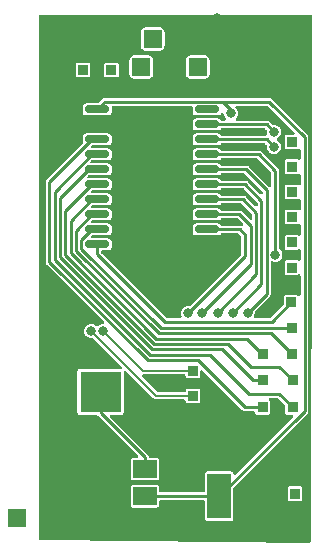
<source format=gbr>
G04 #@! TF.GenerationSoftware,KiCad,Pcbnew,7.0.1-0*
G04 #@! TF.CreationDate,2025-03-17T17:28:37+01:00*
G04 #@! TF.ProjectId,LED-Controller,4c45442d-436f-46e7-9472-6f6c6c65722e,rev?*
G04 #@! TF.SameCoordinates,Original*
G04 #@! TF.FileFunction,Copper,L2,Bot*
G04 #@! TF.FilePolarity,Positive*
%FSLAX46Y46*%
G04 Gerber Fmt 4.6, Leading zero omitted, Abs format (unit mm)*
G04 Created by KiCad (PCBNEW 7.0.1-0) date 2025-03-17 17:28:37*
%MOMM*%
%LPD*%
G01*
G04 APERTURE LIST*
G04 Aperture macros list*
%AMRoundRect*
0 Rectangle with rounded corners*
0 $1 Rounding radius*
0 $2 $3 $4 $5 $6 $7 $8 $9 X,Y pos of 4 corners*
0 Add a 4 corners polygon primitive as box body*
4,1,4,$2,$3,$4,$5,$6,$7,$8,$9,$2,$3,0*
0 Add four circle primitives for the rounded corners*
1,1,$1+$1,$2,$3*
1,1,$1+$1,$4,$5*
1,1,$1+$1,$6,$7*
1,1,$1+$1,$8,$9*
0 Add four rect primitives between the rounded corners*
20,1,$1+$1,$2,$3,$4,$5,0*
20,1,$1+$1,$4,$5,$6,$7,0*
20,1,$1+$1,$6,$7,$8,$9,0*
20,1,$1+$1,$8,$9,$2,$3,0*%
G04 Aperture macros list end*
G04 #@! TA.AperFunction,SMDPad,CuDef*
%ADD10R,2.000000X1.500000*%
G04 #@! TD*
G04 #@! TA.AperFunction,SMDPad,CuDef*
%ADD11R,2.000000X3.800000*%
G04 #@! TD*
G04 #@! TA.AperFunction,ComponentPad*
%ADD12R,0.850000X0.850000*%
G04 #@! TD*
G04 #@! TA.AperFunction,SMDPad,CuDef*
%ADD13RoundRect,0.150000X0.875000X0.150000X-0.875000X0.150000X-0.875000X-0.150000X0.875000X-0.150000X0*%
G04 #@! TD*
G04 #@! TA.AperFunction,HeatsinkPad*
%ADD14C,0.600000*%
G04 #@! TD*
G04 #@! TA.AperFunction,ComponentPad*
%ADD15RoundRect,0.250000X0.550000X0.550000X-0.550000X0.550000X-0.550000X-0.550000X0.550000X-0.550000X0*%
G04 #@! TD*
G04 #@! TA.AperFunction,ComponentPad*
%ADD16RoundRect,0.250000X-0.550000X-0.550000X0.550000X-0.550000X0.550000X0.550000X-0.550000X0.550000X0*%
G04 #@! TD*
G04 #@! TA.AperFunction,ComponentPad*
%ADD17RoundRect,0.875000X0.875000X-0.875000X0.875000X0.875000X-0.875000X0.875000X-0.875000X-0.875000X0*%
G04 #@! TD*
G04 #@! TA.AperFunction,ComponentPad*
%ADD18RoundRect,0.750000X1.000000X-0.750000X1.000000X0.750000X-1.000000X0.750000X-1.000000X-0.750000X0*%
G04 #@! TD*
G04 #@! TA.AperFunction,ComponentPad*
%ADD19R,3.500000X3.500000*%
G04 #@! TD*
G04 #@! TA.AperFunction,ViaPad*
%ADD20C,0.800000*%
G04 #@! TD*
G04 #@! TA.AperFunction,Conductor*
%ADD21C,0.250000*%
G04 #@! TD*
G04 #@! TA.AperFunction,Conductor*
%ADD22C,0.200000*%
G04 #@! TD*
G04 APERTURE END LIST*
D10*
G04 #@! TO.P,U4,1,GND*
G04 #@! TO.N,GNDREF*
X154635200Y-128044000D03*
D11*
G04 #@! TO.P,U4,2,VO*
G04 #@! TO.N,+5V*
X160935200Y-125744000D03*
D10*
X154635200Y-125744000D03*
G04 #@! TO.P,U4,3,VI*
G04 #@! TO.N,+12V*
X154635200Y-123444000D03*
G04 #@! TD*
D12*
G04 #@! TO.P,J22,1,Pin_1*
G04 #@! TO.N,SDI{slash}SD1*
X167081200Y-95758000D03*
G04 #@! TD*
G04 #@! TO.P,J11,1,Pin_1*
G04 #@! TO.N,Net-(J11-Pin_1)*
X167132000Y-118211600D03*
G04 #@! TD*
G04 #@! TO.P,J19,1,Pin_1*
G04 #@! TO.N,SCK{slash}SD3*
X167081200Y-99974400D03*
G04 #@! TD*
G04 #@! TO.P,J25,1,Pin_1*
G04 #@! TO.N,Sensor_VP*
X158699200Y-117246400D03*
G04 #@! TD*
G04 #@! TO.P,J24,1,Pin_1*
G04 #@! TO.N,Sensor_VN*
X158699200Y-115112800D03*
G04 #@! TD*
G04 #@! TO.P,J23,1,Pin_1*
G04 #@! TO.N,SDO{slash}SD0*
X167081200Y-97840800D03*
G04 #@! TD*
G04 #@! TO.P,J21,1,Pin_1*
G04 #@! TO.N,SHD{slash}SD2*
X167081200Y-106375200D03*
G04 #@! TD*
G04 #@! TO.P,J20,1,Pin_1*
G04 #@! TO.N,SWP{slash}SD3*
X167081200Y-104241600D03*
G04 #@! TD*
G04 #@! TO.P,J18,1,Pin_1*
G04 #@! TO.N,SCS{slash}CMD*
X167081200Y-102108000D03*
G04 #@! TD*
G04 #@! TO.P,J17,1,Pin_1*
G04 #@! TO.N,Net-(J17-Pin_1)*
X167030400Y-109321600D03*
G04 #@! TD*
G04 #@! TO.P,J16,1,Pin_1*
G04 #@! TO.N,Net-(J16-Pin_1)*
X167081200Y-111506000D03*
G04 #@! TD*
G04 #@! TO.P,J15,1,Pin_1*
G04 #@! TO.N,Net-(J15-Pin_1)*
X167081200Y-113690400D03*
G04 #@! TD*
G04 #@! TO.P,J14,1,Pin_1*
G04 #@! TO.N,Net-(J14-Pin_1)*
X164592000Y-113690400D03*
G04 #@! TD*
G04 #@! TO.P,J13,1,Pin_1*
G04 #@! TO.N,Net-(J13-Pin_1)*
X167132000Y-115925600D03*
G04 #@! TD*
G04 #@! TO.P,J12,1,Pin_1*
G04 #@! TO.N,Net-(J12-Pin_1)*
X164592000Y-115925600D03*
G04 #@! TD*
G04 #@! TO.P,J5,1,Pin_1*
G04 #@! TO.N,Net-(J5-Pin_1)*
X164592000Y-118211600D03*
G04 #@! TD*
D13*
G04 #@! TO.P,U3,20,VDD*
G04 #@! TO.N,+5V*
X150594800Y-92989400D03*
G04 #@! TO.P,U3,19,~{OE}*
G04 #@! TO.N,GNDREF*
X150594800Y-94259400D03*
G04 #@! TO.P,U3,18,B0*
G04 #@! TO.N,Net-(J5-Pin_1)*
X150594800Y-95529400D03*
G04 #@! TO.P,U3,17,B1*
G04 #@! TO.N,Net-(J11-Pin_1)*
X150594800Y-96799400D03*
G04 #@! TO.P,U3,16,B2*
G04 #@! TO.N,Net-(J12-Pin_1)*
X150594800Y-98069400D03*
G04 #@! TO.P,U3,15,B3*
G04 #@! TO.N,Net-(J13-Pin_1)*
X150594800Y-99339400D03*
G04 #@! TO.P,U3,14,B4*
G04 #@! TO.N,Net-(J14-Pin_1)*
X150594800Y-100609400D03*
G04 #@! TO.P,U3,13,B5*
G04 #@! TO.N,Net-(J15-Pin_1)*
X150594800Y-101879400D03*
G04 #@! TO.P,U3,12,B6*
G04 #@! TO.N,Net-(J16-Pin_1)*
X150594800Y-103149400D03*
G04 #@! TO.P,U3,11,B7*
G04 #@! TO.N,Net-(J17-Pin_1)*
X150594800Y-104419400D03*
G04 #@! TO.P,U3,10,GND*
G04 #@! TO.N,GNDREF*
X159894800Y-104419400D03*
G04 #@! TO.P,U3,9,A7*
G04 #@! TO.N,RGB-8*
X159894800Y-103149400D03*
G04 #@! TO.P,U3,8,A6*
G04 #@! TO.N,RGB-7*
X159894800Y-101879400D03*
G04 #@! TO.P,U3,7,A5*
G04 #@! TO.N,RGB-6*
X159894800Y-100609400D03*
G04 #@! TO.P,U3,6,A4*
G04 #@! TO.N,RGB-5*
X159894800Y-99339400D03*
G04 #@! TO.P,U3,5,A3*
G04 #@! TO.N,RGB-4*
X159894800Y-98069400D03*
G04 #@! TO.P,U3,4,A2*
G04 #@! TO.N,RGB-3*
X159894800Y-96799400D03*
G04 #@! TO.P,U3,3,A1*
G04 #@! TO.N,RGB-2*
X159894800Y-95529400D03*
G04 #@! TO.P,U3,2,A0*
G04 #@! TO.N,RGB-1*
X159894800Y-94259400D03*
G04 #@! TO.P,U3,1,Dir*
G04 #@! TO.N,U3-Dir*
X159894800Y-92989400D03*
G04 #@! TD*
D14*
G04 #@! TO.P,U1,39,GND*
G04 #@! TO.N,GNDREF*
X153414500Y-102801400D03*
X154939500Y-102801400D03*
X152652000Y-102038900D03*
X154177000Y-102038900D03*
X155702000Y-102038900D03*
X153414500Y-101276400D03*
X154939500Y-101276400D03*
X152652000Y-100513900D03*
X154177000Y-100513900D03*
X155702000Y-100513900D03*
X153414500Y-99751400D03*
X154939500Y-99751400D03*
G04 #@! TD*
D12*
G04 #@! TO.P,J8,1,Pin_1*
G04 #@! TO.N,RX*
X151790400Y-89662000D03*
G04 #@! TD*
D15*
G04 #@! TO.P,J6,1,Pin_1*
G04 #@! TO.N,LED-G-Out*
X154330400Y-89408000D03*
G04 #@! TD*
D12*
G04 #@! TO.P,J7,1,Pin_1*
G04 #@! TO.N,TX*
X149402800Y-89662000D03*
G04 #@! TD*
D16*
G04 #@! TO.P,J3,1,Pin_1*
G04 #@! TO.N,LED-B-Out*
X159105600Y-89408000D03*
G04 #@! TD*
D17*
G04 #@! TO.P,J1,3,MountPin*
G04 #@! TO.N,GNDREF*
X155576000Y-119890800D03*
D18*
G04 #@! TO.P,J1,2*
X150876000Y-122890800D03*
D19*
G04 #@! TO.P,J1,1*
G04 #@! TO.N,+12V*
X150876000Y-116890800D03*
G04 #@! TD*
D12*
G04 #@! TO.P,J9,1,Pin_1*
G04 #@! TO.N,GNDREF*
X158851600Y-120700800D03*
G04 #@! TD*
D15*
G04 #@! TO.P,J4,1,Pin_1*
G04 #@! TO.N,LED-R-Out*
X155295600Y-87020400D03*
G04 #@! TD*
D12*
G04 #@! TO.P,J10,1,Pin_1*
G04 #@! TO.N,+3.3V*
X167335200Y-125526800D03*
G04 #@! TD*
D16*
G04 #@! TO.P,J2,1,Pin_1*
G04 #@! TO.N,+12V*
X143814800Y-127558800D03*
G04 #@! TD*
D20*
G04 #@! TO.N,GNDREF*
X158242000Y-93195902D03*
G04 #@! TO.N,+5V*
X161899600Y-93319600D03*
G04 #@! TO.N,GNDREF*
X163423600Y-90220800D03*
X160985200Y-88810500D03*
X160731200Y-85236000D03*
X156413200Y-85648800D03*
X167030400Y-85750400D03*
X149148800Y-85648800D03*
X147777200Y-85648800D03*
X146507200Y-85648800D03*
X159664400Y-85598000D03*
X164642800Y-85699600D03*
X153517600Y-85445600D03*
G04 #@! TO.N,RGB-6*
X160807000Y-110185200D03*
G04 #@! TO.N,RGB-7*
X159461200Y-110185200D03*
G04 #@! TO.N,RGB-5*
X162052000Y-110185200D03*
G04 #@! TO.N,RGB-4*
X163322000Y-110236000D03*
G04 #@! TO.N,RGB-3*
X165676601Y-105290599D03*
G04 #@! TO.N,RGB-8*
X158292800Y-110236000D03*
G04 #@! TO.N,Sensor_VN*
X151101003Y-111758800D03*
G04 #@! TO.N,Sensor_VP*
X150101500Y-111758800D03*
G04 #@! TO.N,RGB-2*
X165557200Y-96146400D03*
G04 #@! TO.N,RGB-1*
X165557200Y-94876400D03*
G04 #@! TD*
D21*
G04 #@! TO.N,+5V*
X161899600Y-93319600D02*
X161899600Y-93014800D01*
X161899600Y-93014800D02*
X161239200Y-92354400D01*
X165177600Y-92354400D02*
X161239200Y-92354400D01*
X161239200Y-92354400D02*
X151229800Y-92354400D01*
X160935200Y-125744000D02*
X168148000Y-118531200D01*
X151229800Y-92354400D02*
X150594800Y-92989400D01*
X168148000Y-118531200D02*
X168148000Y-95324800D01*
X168148000Y-95324800D02*
X165177600Y-92354400D01*
X160935200Y-125744000D02*
X154635200Y-125744000D01*
G04 #@! TO.N,+12V*
X154635200Y-123444000D02*
X154635200Y-122444000D01*
X154635200Y-122444000D02*
X150876000Y-118684800D01*
X150876000Y-118684800D02*
X150876000Y-116890800D01*
G04 #@! TO.N,RGB-4*
X163199001Y-98069400D02*
X159894800Y-98069400D01*
G04 #@! TO.N,RGB-1*
X165557200Y-94876400D02*
X164940200Y-94259400D01*
X164940200Y-94259400D02*
X159894800Y-94259400D01*
G04 #@! TO.N,RGB-2*
X165557200Y-96146400D02*
X164940200Y-95529400D01*
X164940200Y-95529400D02*
X159894800Y-95529400D01*
G04 #@! TO.N,RGB-3*
X165676601Y-105290599D02*
X165676601Y-98187405D01*
X165676601Y-98187405D02*
X164288596Y-96799400D01*
X164288596Y-96799400D02*
X159894800Y-96799400D01*
G04 #@! TO.N,RGB-4*
X163322000Y-110236000D02*
X164951601Y-108606399D01*
X164951601Y-108606399D02*
X164951601Y-99822000D01*
X164951601Y-99822000D02*
X163199001Y-98069400D01*
G04 #@! TO.N,RGB-5*
X162201151Y-99339400D02*
X159894800Y-99339400D01*
G04 #@! TO.N,RGB-6*
X160807000Y-110185200D02*
X164051601Y-106940599D01*
X164051601Y-106940599D02*
X164051601Y-101718404D01*
X164051601Y-101718404D02*
X162942597Y-100609400D01*
X162942597Y-100609400D02*
X159894800Y-100609400D01*
G04 #@! TO.N,RGB-7*
X159461200Y-110185200D02*
X163601601Y-106044799D01*
X162636200Y-101879400D02*
X159894800Y-101879400D01*
X163601601Y-106044799D02*
X163601601Y-102844801D01*
X163601601Y-102844801D02*
X162636200Y-101879400D01*
G04 #@! TO.N,RGB-8*
X158292800Y-110236000D02*
X163124400Y-105404400D01*
X163124400Y-105404400D02*
X163124400Y-103586800D01*
X163124400Y-103586800D02*
X162687000Y-103149400D01*
X162687000Y-103149400D02*
X159894800Y-103149400D01*
G04 #@! TO.N,Net-(J5-Pin_1)*
X164592000Y-118211600D02*
X163111200Y-118211600D01*
X159105600Y-114206000D02*
X154866273Y-114206000D01*
X154866273Y-114206000D02*
X146544800Y-105884527D01*
X146544800Y-105884527D02*
X146544800Y-99152649D01*
X163111200Y-118211600D02*
X159105600Y-114206000D01*
X146544800Y-99152649D02*
X150168049Y-95529400D01*
X150168049Y-95529400D02*
X150594800Y-95529400D01*
G04 #@! TO.N,Net-(J11-Pin_1)*
X167132000Y-118211600D02*
X166014400Y-117094000D01*
X166014400Y-117094000D02*
X163474400Y-117094000D01*
X163474400Y-117094000D02*
X160136400Y-113756000D01*
X160136400Y-113756000D02*
X155052669Y-113756000D01*
X146994800Y-105698131D02*
X146994800Y-99944000D01*
X146994800Y-99944000D02*
X150139400Y-96799400D01*
X150139400Y-96799400D02*
X150594800Y-96799400D01*
X155052669Y-113756000D02*
X146994800Y-105698131D01*
G04 #@! TO.N,Net-(J12-Pin_1)*
X164592000Y-115925600D02*
X163808000Y-115925600D01*
X161188400Y-113306000D02*
X155239065Y-113306000D01*
X163808000Y-115925600D02*
X161188400Y-113306000D01*
X147444800Y-105511735D02*
X147444800Y-100510000D01*
X155239065Y-113306000D02*
X147444800Y-105511735D01*
X147444800Y-100510000D02*
X149885400Y-98069400D01*
X149885400Y-98069400D02*
X150594800Y-98069400D01*
G04 #@! TO.N,Net-(J13-Pin_1)*
X150594800Y-99339400D02*
X150168049Y-99339400D01*
X150168049Y-99339400D02*
X147894800Y-101612649D01*
X147894800Y-101612649D02*
X147894800Y-105325339D01*
X147894800Y-105325339D02*
X155425461Y-112856000D01*
X155425461Y-112856000D02*
X161696400Y-112856000D01*
X161696400Y-112856000D02*
X161696400Y-112877600D01*
X161696400Y-112877600D02*
X163576000Y-114757200D01*
X163576000Y-114757200D02*
X165963600Y-114757200D01*
X165963600Y-114757200D02*
X167132000Y-115925600D01*
G04 #@! TO.N,Net-(J14-Pin_1)*
X164592000Y-113690400D02*
X164555600Y-113690400D01*
X150168049Y-100609400D02*
X150594800Y-100609400D01*
X164555600Y-113690400D02*
X163271200Y-112406000D01*
X148344800Y-105138943D02*
X148344800Y-102432649D01*
X163271200Y-112406000D02*
X155611857Y-112406000D01*
X155611857Y-112406000D02*
X148344800Y-105138943D01*
X148344800Y-102432649D02*
X150168049Y-100609400D01*
G04 #@! TO.N,Net-(J15-Pin_1)*
X150594800Y-101879400D02*
X150168049Y-101879400D01*
X148794800Y-104952547D02*
X155798253Y-111956000D01*
X150168049Y-101879400D02*
X148794800Y-103252649D01*
X148794800Y-103252649D02*
X148794800Y-104952547D01*
X165346800Y-111956000D02*
X167081200Y-113690400D01*
X155798253Y-111956000D02*
X165346800Y-111956000D01*
G04 #@! TO.N,Net-(J17-Pin_1)*
X150594800Y-104419400D02*
X150594800Y-105230400D01*
X150594800Y-105230400D02*
X156325400Y-110961000D01*
X156325400Y-110961000D02*
X165391000Y-110961000D01*
X165391000Y-110961000D02*
X167030400Y-109321600D01*
G04 #@! TO.N,Net-(J16-Pin_1)*
X150594800Y-103149400D02*
X150168049Y-103149400D01*
X150168049Y-103149400D02*
X149244800Y-104072649D01*
X149244800Y-104072649D02*
X149244800Y-104766151D01*
X149244800Y-104766151D02*
X155984649Y-111506000D01*
X155984649Y-111506000D02*
X167081200Y-111506000D01*
G04 #@! TO.N,RGB-5*
X162052000Y-110185200D02*
X164501601Y-107735599D01*
X164501601Y-107735599D02*
X164501601Y-100702404D01*
X161571200Y-99339400D02*
X163138597Y-99339400D01*
X163138597Y-99339400D02*
X164501601Y-100702404D01*
D22*
G04 #@! TO.N,Sensor_VP*
X158699200Y-117246400D02*
X155589100Y-117246400D01*
X155589100Y-117246400D02*
X150101500Y-111758800D01*
G04 #@! TO.N,Sensor_VN*
X158699200Y-115112800D02*
X154455003Y-115112800D01*
X154455003Y-115112800D02*
X151101003Y-111758800D01*
G04 #@! TD*
G04 #@! TA.AperFunction,Conductor*
G04 #@! TO.N,GNDREF*
G36*
X168748432Y-85005065D02*
G01*
X168793833Y-85050577D01*
X168810343Y-85112705D01*
X168780506Y-97226932D01*
X168700922Y-129537951D01*
X168684023Y-129600139D01*
X168638199Y-129645448D01*
X168575824Y-129661641D01*
X146232745Y-129463848D01*
X145766501Y-129459720D01*
X145704967Y-129442745D01*
X145660030Y-129397409D01*
X145643600Y-129335726D01*
X145643600Y-105913334D01*
X146215535Y-105913334D01*
X146225312Y-105949823D01*
X146227653Y-105960379D01*
X146234399Y-105998634D01*
X146244629Y-106023330D01*
X146245246Y-106024211D01*
X146266912Y-106055154D01*
X146272715Y-106064263D01*
X146291606Y-106096982D01*
X146320542Y-106121262D01*
X146328518Y-106128571D01*
X151145941Y-110945994D01*
X151179021Y-111005517D01*
X151175679Y-111073533D01*
X151136925Y-111129528D01*
X151074446Y-111156614D01*
X150944240Y-111173756D01*
X150798162Y-111234263D01*
X150676737Y-111327435D01*
X150628089Y-111350120D01*
X150574412Y-111350120D01*
X150525765Y-111327435D01*
X150404340Y-111234263D01*
X150258262Y-111173756D01*
X150101500Y-111153117D01*
X149944737Y-111173756D01*
X149798659Y-111234263D01*
X149673217Y-111330517D01*
X149576963Y-111455959D01*
X149516456Y-111602037D01*
X149495817Y-111758800D01*
X149516456Y-111915562D01*
X149576963Y-112061640D01*
X149673217Y-112187082D01*
X149796266Y-112281500D01*
X149798659Y-112283336D01*
X149944738Y-112343844D01*
X150073973Y-112360858D01*
X150101499Y-112364482D01*
X150101499Y-112364481D01*
X150101500Y-112364482D01*
X150200562Y-112351440D01*
X150256604Y-112356960D01*
X150304427Y-112386698D01*
X152646348Y-114728619D01*
X152676598Y-114777982D01*
X152681140Y-114835698D01*
X152658985Y-114889185D01*
X152614962Y-114926785D01*
X152558667Y-114940300D01*
X149106251Y-114940300D01*
X149047769Y-114951932D01*
X148981447Y-114996247D01*
X148937132Y-115062569D01*
X148925500Y-115121051D01*
X148925500Y-118660549D01*
X148937132Y-118719030D01*
X148981447Y-118785352D01*
X149047769Y-118829667D01*
X149106251Y-118841300D01*
X149106252Y-118841300D01*
X150518909Y-118841300D01*
X150580908Y-118857912D01*
X150606930Y-118883934D01*
X150651742Y-118921535D01*
X150659718Y-118928844D01*
X154012693Y-122281819D01*
X154042943Y-122331182D01*
X154047485Y-122388898D01*
X154025330Y-122442385D01*
X153981307Y-122479985D01*
X153925012Y-122493500D01*
X153615451Y-122493500D01*
X153556969Y-122505132D01*
X153490647Y-122549447D01*
X153446332Y-122615769D01*
X153434700Y-122674251D01*
X153434700Y-124213749D01*
X153446332Y-124272230D01*
X153490647Y-124338552D01*
X153556969Y-124382867D01*
X153615451Y-124394500D01*
X153615452Y-124394500D01*
X155654948Y-124394500D01*
X155654949Y-124394500D01*
X155684189Y-124388683D01*
X155713431Y-124382867D01*
X155779752Y-124338552D01*
X155824067Y-124272231D01*
X155835700Y-124213748D01*
X155835700Y-122674252D01*
X155824067Y-122615769D01*
X155824066Y-122615768D01*
X155779752Y-122549447D01*
X155713430Y-122505132D01*
X155654949Y-122493500D01*
X155654948Y-122493500D01*
X155080594Y-122493500D01*
X155028189Y-122481882D01*
X154985604Y-122449205D01*
X154960820Y-122401595D01*
X154954683Y-122378694D01*
X154952345Y-122368143D01*
X154945600Y-122329891D01*
X154935371Y-122305198D01*
X154934754Y-122304317D01*
X154934754Y-122304316D01*
X154920413Y-122283835D01*
X154913092Y-122273379D01*
X154907280Y-122264256D01*
X154888394Y-122231544D01*
X154859455Y-122207262D01*
X154851480Y-122199954D01*
X151704507Y-119052981D01*
X151674257Y-119003618D01*
X151669715Y-118945902D01*
X151691870Y-118892415D01*
X151735893Y-118854815D01*
X151792188Y-118841300D01*
X152645749Y-118841300D01*
X152674989Y-118835483D01*
X152704231Y-118829667D01*
X152770552Y-118785352D01*
X152814867Y-118719031D01*
X152826500Y-118660548D01*
X152826500Y-115208133D01*
X152840015Y-115151838D01*
X152877615Y-115107815D01*
X152931102Y-115085660D01*
X152988818Y-115090202D01*
X153038181Y-115120452D01*
X155327650Y-117409921D01*
X155337607Y-117423758D01*
X155345141Y-117430626D01*
X155345142Y-117430628D01*
X155350278Y-117435310D01*
X155379416Y-117461874D01*
X155383557Y-117465829D01*
X155396988Y-117479260D01*
X155408428Y-117488322D01*
X155428165Y-117506315D01*
X155428166Y-117506315D01*
X155428167Y-117506316D01*
X155434440Y-117508746D01*
X155434623Y-117508817D01*
X155459910Y-117522145D01*
X155465619Y-117526056D01*
X155491614Y-117532169D01*
X155508010Y-117537246D01*
X155532927Y-117546900D01*
X155539851Y-117546900D01*
X155568240Y-117550193D01*
X155574981Y-117551779D01*
X155601433Y-117548088D01*
X155618565Y-117546900D01*
X157949700Y-117546900D01*
X158011700Y-117563513D01*
X158057087Y-117608900D01*
X158073700Y-117670900D01*
X158073700Y-117691149D01*
X158085332Y-117749630D01*
X158129647Y-117815952D01*
X158195969Y-117860267D01*
X158254451Y-117871900D01*
X158254452Y-117871900D01*
X159143948Y-117871900D01*
X159143949Y-117871900D01*
X159173189Y-117866083D01*
X159202431Y-117860267D01*
X159268752Y-117815952D01*
X159313067Y-117749631D01*
X159324700Y-117691148D01*
X159324700Y-116801652D01*
X159319580Y-116775914D01*
X159313067Y-116743169D01*
X159268752Y-116676847D01*
X159202430Y-116632532D01*
X159143949Y-116620900D01*
X159143948Y-116620900D01*
X158254452Y-116620900D01*
X158254451Y-116620900D01*
X158195969Y-116632532D01*
X158129647Y-116676847D01*
X158085332Y-116743169D01*
X158073700Y-116801651D01*
X158073700Y-116821900D01*
X158057087Y-116883900D01*
X158011700Y-116929287D01*
X157949700Y-116945900D01*
X155764934Y-116945900D01*
X155717481Y-116936461D01*
X155677253Y-116909581D01*
X155035385Y-116267713D01*
X154393157Y-115625485D01*
X154360132Y-115566194D01*
X154363268Y-115498396D01*
X154401626Y-115442405D01*
X154463714Y-115414994D01*
X154464958Y-115414820D01*
X154467344Y-115414488D01*
X154484468Y-115413300D01*
X157949700Y-115413300D01*
X158011700Y-115429913D01*
X158057087Y-115475300D01*
X158073700Y-115537300D01*
X158073700Y-115557549D01*
X158085332Y-115616030D01*
X158129647Y-115682352D01*
X158195969Y-115726667D01*
X158254451Y-115738300D01*
X158254452Y-115738300D01*
X159143948Y-115738300D01*
X159143949Y-115738300D01*
X159173189Y-115732483D01*
X159202431Y-115726667D01*
X159268752Y-115682352D01*
X159313067Y-115616031D01*
X159324700Y-115557548D01*
X159324700Y-115184788D01*
X159338215Y-115128493D01*
X159375815Y-115084470D01*
X159429302Y-115062315D01*
X159487018Y-115066857D01*
X159536381Y-115097107D01*
X162867150Y-118427876D01*
X162874458Y-118435850D01*
X162898745Y-118464794D01*
X162922794Y-118478679D01*
X162931456Y-118483680D01*
X162940579Y-118489492D01*
X162971516Y-118511154D01*
X162971517Y-118511154D01*
X162972398Y-118511771D01*
X162997091Y-118522000D01*
X162998154Y-118522187D01*
X162998155Y-118522188D01*
X163035343Y-118528745D01*
X163045901Y-118531085D01*
X163082393Y-118540864D01*
X163120023Y-118537571D01*
X163130830Y-118537100D01*
X163842500Y-118537100D01*
X163904500Y-118553713D01*
X163949887Y-118599100D01*
X163962123Y-118644765D01*
X163964117Y-118644369D01*
X163978132Y-118714830D01*
X164022447Y-118781152D01*
X164088769Y-118825467D01*
X164147251Y-118837100D01*
X164147252Y-118837100D01*
X165036748Y-118837100D01*
X165036749Y-118837100D01*
X165074116Y-118829667D01*
X165095231Y-118825467D01*
X165161552Y-118781152D01*
X165205867Y-118714831D01*
X165214785Y-118669999D01*
X165217500Y-118656349D01*
X165217500Y-117766851D01*
X165205867Y-117708369D01*
X165153157Y-117629484D01*
X165126774Y-117599793D01*
X165113355Y-117538631D01*
X165131532Y-117478710D01*
X165176670Y-117435310D01*
X165237259Y-117419500D01*
X165828212Y-117419500D01*
X165875665Y-117428939D01*
X165915893Y-117455819D01*
X166470181Y-118010107D01*
X166497061Y-118050335D01*
X166506500Y-118097788D01*
X166506500Y-118656349D01*
X166518132Y-118714830D01*
X166562447Y-118781152D01*
X166628769Y-118825467D01*
X166687251Y-118837100D01*
X166687252Y-118837100D01*
X167082412Y-118837100D01*
X167138707Y-118850615D01*
X167182730Y-118888215D01*
X167204885Y-118941702D01*
X167200343Y-118999418D01*
X167170093Y-119048781D01*
X162342697Y-123876176D01*
X162285145Y-123908779D01*
X162219020Y-123907155D01*
X162163138Y-123871768D01*
X162133399Y-123812688D01*
X162124067Y-123765769D01*
X162101984Y-123732720D01*
X162079752Y-123699447D01*
X162013430Y-123655132D01*
X161954949Y-123643500D01*
X161954948Y-123643500D01*
X159915452Y-123643500D01*
X159915451Y-123643500D01*
X159856969Y-123655132D01*
X159790647Y-123699447D01*
X159746332Y-123765769D01*
X159734700Y-123824251D01*
X159734700Y-125294500D01*
X159718087Y-125356500D01*
X159672700Y-125401887D01*
X159610700Y-125418500D01*
X155959700Y-125418500D01*
X155897700Y-125401887D01*
X155852313Y-125356500D01*
X155835700Y-125294500D01*
X155835700Y-124974251D01*
X155824067Y-124915769D01*
X155779752Y-124849447D01*
X155713430Y-124805132D01*
X155654949Y-124793500D01*
X155654948Y-124793500D01*
X153615452Y-124793500D01*
X153615451Y-124793500D01*
X153556969Y-124805132D01*
X153490647Y-124849447D01*
X153446332Y-124915769D01*
X153434700Y-124974251D01*
X153434700Y-126513749D01*
X153446332Y-126572230D01*
X153490647Y-126638552D01*
X153556969Y-126682867D01*
X153615451Y-126694500D01*
X153615452Y-126694500D01*
X155654948Y-126694500D01*
X155654949Y-126694500D01*
X155684189Y-126688683D01*
X155713431Y-126682867D01*
X155779752Y-126638552D01*
X155824067Y-126572231D01*
X155835700Y-126513748D01*
X155835700Y-126193500D01*
X155852313Y-126131500D01*
X155897700Y-126086113D01*
X155959700Y-126069500D01*
X159610700Y-126069500D01*
X159672700Y-126086113D01*
X159718087Y-126131500D01*
X159734700Y-126193500D01*
X159734700Y-127663749D01*
X159746332Y-127722230D01*
X159790647Y-127788552D01*
X159856969Y-127832867D01*
X159915451Y-127844500D01*
X159915452Y-127844500D01*
X161954948Y-127844500D01*
X161954949Y-127844500D01*
X161984189Y-127838683D01*
X162013431Y-127832867D01*
X162079752Y-127788552D01*
X162124067Y-127722231D01*
X162135700Y-127663748D01*
X162135700Y-125971549D01*
X166709700Y-125971549D01*
X166721332Y-126030030D01*
X166765647Y-126096352D01*
X166831969Y-126140667D01*
X166890451Y-126152300D01*
X166890452Y-126152300D01*
X167779948Y-126152300D01*
X167779949Y-126152300D01*
X167809189Y-126146483D01*
X167838431Y-126140667D01*
X167904752Y-126096352D01*
X167949067Y-126030031D01*
X167960700Y-125971548D01*
X167960700Y-125082052D01*
X167955356Y-125055188D01*
X167949067Y-125023569D01*
X167904752Y-124957247D01*
X167838430Y-124912932D01*
X167779949Y-124901300D01*
X167779948Y-124901300D01*
X166890452Y-124901300D01*
X166890451Y-124901300D01*
X166831969Y-124912932D01*
X166765647Y-124957247D01*
X166721332Y-125023569D01*
X166709700Y-125082051D01*
X166709700Y-125971549D01*
X162135700Y-125971549D01*
X162135700Y-125055188D01*
X162145139Y-125007735D01*
X162172019Y-124967507D01*
X163496026Y-123643500D01*
X168364290Y-118775234D01*
X168372258Y-118767934D01*
X168401192Y-118743657D01*
X168401192Y-118743656D01*
X168401194Y-118743655D01*
X168420091Y-118710922D01*
X168425887Y-118701825D01*
X168447554Y-118670884D01*
X168447554Y-118670882D01*
X168448173Y-118669999D01*
X168458399Y-118645312D01*
X168458586Y-118644247D01*
X168458588Y-118644245D01*
X168465149Y-118607030D01*
X168467478Y-118596524D01*
X168477264Y-118560007D01*
X168473971Y-118522376D01*
X168473500Y-118511570D01*
X168473500Y-95344427D01*
X168473972Y-95333619D01*
X168477264Y-95295992D01*
X168467487Y-95259506D01*
X168465145Y-95248943D01*
X168458400Y-95210691D01*
X168448171Y-95185998D01*
X168447554Y-95185117D01*
X168447554Y-95185116D01*
X168425892Y-95154179D01*
X168420080Y-95145056D01*
X168401194Y-95112344D01*
X168372255Y-95088062D01*
X168364280Y-95080754D01*
X165421643Y-92138117D01*
X165414334Y-92130141D01*
X165390054Y-92101205D01*
X165357336Y-92082315D01*
X165348227Y-92076512D01*
X165317284Y-92054846D01*
X165316403Y-92054229D01*
X165291707Y-92043999D01*
X165253452Y-92037253D01*
X165242896Y-92034912D01*
X165206407Y-92025135D01*
X165168780Y-92028428D01*
X165157972Y-92028900D01*
X161298380Y-92028900D01*
X161269076Y-92025042D01*
X161230381Y-92028428D01*
X161219573Y-92028900D01*
X151249428Y-92028900D01*
X151238620Y-92028428D01*
X151200992Y-92025135D01*
X151164504Y-92034912D01*
X151153948Y-92037252D01*
X151115699Y-92043997D01*
X151090993Y-92054231D01*
X151059180Y-92076506D01*
X151050064Y-92082314D01*
X151017345Y-92101205D01*
X150993062Y-92130144D01*
X150985756Y-92138116D01*
X150671290Y-92452583D01*
X150631065Y-92479461D01*
X150583612Y-92488900D01*
X149686537Y-92488900D01*
X149618409Y-92498826D01*
X149513315Y-92550202D01*
X149430602Y-92632915D01*
X149379226Y-92738009D01*
X149369300Y-92806137D01*
X149369300Y-93172663D01*
X149379226Y-93240790D01*
X149430602Y-93345884D01*
X149513315Y-93428597D01*
X149513316Y-93428597D01*
X149513317Y-93428598D01*
X149618407Y-93479973D01*
X149645660Y-93483943D01*
X149686537Y-93489900D01*
X149686540Y-93489900D01*
X151503060Y-93489900D01*
X151503063Y-93489900D01*
X151537126Y-93484936D01*
X151571193Y-93479973D01*
X151676283Y-93428598D01*
X151758998Y-93345883D01*
X151810373Y-93240793D01*
X151820300Y-93172660D01*
X151820300Y-92806140D01*
X151820300Y-92806137D01*
X151820300Y-92803900D01*
X151836913Y-92741900D01*
X151882300Y-92696513D01*
X151944300Y-92679900D01*
X158545300Y-92679900D01*
X158607300Y-92696513D01*
X158652687Y-92741900D01*
X158669300Y-92803900D01*
X158669300Y-93172663D01*
X158679226Y-93240790D01*
X158730602Y-93345884D01*
X158813315Y-93428597D01*
X158813316Y-93428597D01*
X158813317Y-93428598D01*
X158918407Y-93479973D01*
X158945660Y-93483943D01*
X158986537Y-93489900D01*
X158986540Y-93489900D01*
X160803060Y-93489900D01*
X160803063Y-93489900D01*
X160837126Y-93484936D01*
X160871193Y-93479973D01*
X160976283Y-93428598D01*
X161058998Y-93345883D01*
X161066150Y-93331252D01*
X161107033Y-93283715D01*
X161165947Y-93262255D01*
X161227828Y-93272361D01*
X161276854Y-93311449D01*
X161300490Y-93369525D01*
X161314556Y-93476362D01*
X161375063Y-93622440D01*
X161460983Y-93734414D01*
X161486010Y-93797746D01*
X161473819Y-93864744D01*
X161428087Y-93915201D01*
X161362607Y-93933900D01*
X161141343Y-93933900D01*
X161093890Y-93924461D01*
X161053664Y-93897583D01*
X160976283Y-93820202D01*
X160976282Y-93820201D01*
X160921342Y-93793343D01*
X160871193Y-93768827D01*
X160871191Y-93768826D01*
X160871190Y-93768826D01*
X160803063Y-93758900D01*
X160803060Y-93758900D01*
X158986540Y-93758900D01*
X158986537Y-93758900D01*
X158918409Y-93768826D01*
X158813315Y-93820202D01*
X158730602Y-93902915D01*
X158679226Y-94008009D01*
X158669300Y-94076137D01*
X158669300Y-94442663D01*
X158679226Y-94510790D01*
X158730602Y-94615884D01*
X158813315Y-94698597D01*
X158813316Y-94698597D01*
X158813317Y-94698598D01*
X158918407Y-94749973D01*
X158945660Y-94753943D01*
X158986537Y-94759900D01*
X158986540Y-94759900D01*
X160803060Y-94759900D01*
X160803063Y-94759900D01*
X160837126Y-94754936D01*
X160871193Y-94749973D01*
X160976283Y-94698598D01*
X161053664Y-94621216D01*
X161093890Y-94594339D01*
X161141343Y-94584900D01*
X164754012Y-94584900D01*
X164801465Y-94594339D01*
X164841693Y-94621219D01*
X164925188Y-94704714D01*
X164954926Y-94752536D01*
X164960446Y-94808580D01*
X164951517Y-94876399D01*
X164973653Y-95044534D01*
X164980702Y-95092056D01*
X164960400Y-95148792D01*
X164915752Y-95189259D01*
X164857299Y-95203900D01*
X161141343Y-95203900D01*
X161093890Y-95194461D01*
X161053664Y-95167583D01*
X160976283Y-95090202D01*
X160976282Y-95090201D01*
X160921342Y-95063343D01*
X160871193Y-95038827D01*
X160871191Y-95038826D01*
X160871190Y-95038826D01*
X160803063Y-95028900D01*
X160803060Y-95028900D01*
X158986540Y-95028900D01*
X158986537Y-95028900D01*
X158918409Y-95038826D01*
X158813315Y-95090202D01*
X158730602Y-95172915D01*
X158679226Y-95278009D01*
X158669300Y-95346137D01*
X158669300Y-95712663D01*
X158679226Y-95780790D01*
X158679226Y-95780791D01*
X158679227Y-95780793D01*
X158704315Y-95832112D01*
X158730602Y-95885884D01*
X158813315Y-95968597D01*
X158813316Y-95968597D01*
X158813317Y-95968598D01*
X158918407Y-96019973D01*
X158945660Y-96023943D01*
X158986537Y-96029900D01*
X158986540Y-96029900D01*
X160803060Y-96029900D01*
X160803063Y-96029900D01*
X160837126Y-96024936D01*
X160871193Y-96019973D01*
X160976283Y-95968598D01*
X161053664Y-95891216D01*
X161093890Y-95864339D01*
X161141343Y-95854900D01*
X164754012Y-95854900D01*
X164801465Y-95864339D01*
X164841693Y-95891219D01*
X164925188Y-95974714D01*
X164954926Y-96022536D01*
X164960446Y-96078580D01*
X164951517Y-96146399D01*
X164972156Y-96303162D01*
X165032663Y-96449240D01*
X165128917Y-96574682D01*
X165182943Y-96616137D01*
X165254359Y-96670936D01*
X165400438Y-96731444D01*
X165557200Y-96752082D01*
X165713962Y-96731444D01*
X165860041Y-96670936D01*
X165985482Y-96574682D01*
X166081736Y-96449241D01*
X166142244Y-96303162D01*
X166162882Y-96146400D01*
X166142244Y-95989638D01*
X166081736Y-95843559D01*
X166073311Y-95832579D01*
X165985482Y-95718117D01*
X165847090Y-95611926D01*
X165848351Y-95610281D01*
X165823096Y-95591933D01*
X165796811Y-95540348D01*
X165796811Y-95482452D01*
X165823096Y-95430867D01*
X165848351Y-95412518D01*
X165847090Y-95410874D01*
X165985482Y-95304682D01*
X166005950Y-95278007D01*
X166081736Y-95179241D01*
X166142244Y-95033162D01*
X166162882Y-94876400D01*
X166142244Y-94719638D01*
X166081736Y-94573559D01*
X166033572Y-94510790D01*
X165985482Y-94448117D01*
X165860040Y-94351863D01*
X165713962Y-94291356D01*
X165557199Y-94270717D01*
X165489380Y-94279646D01*
X165433336Y-94274126D01*
X165385514Y-94244388D01*
X165184243Y-94043117D01*
X165176934Y-94035141D01*
X165152654Y-94006205D01*
X165119936Y-93987315D01*
X165110827Y-93981512D01*
X165079884Y-93959846D01*
X165079003Y-93959229D01*
X165054307Y-93948999D01*
X165016052Y-93942253D01*
X165005496Y-93939912D01*
X164969007Y-93930135D01*
X164931380Y-93933428D01*
X164920572Y-93933900D01*
X162436593Y-93933900D01*
X162371113Y-93915201D01*
X162325381Y-93864744D01*
X162313190Y-93797746D01*
X162338217Y-93734414D01*
X162378221Y-93682278D01*
X162424136Y-93622441D01*
X162484644Y-93476362D01*
X162505282Y-93319600D01*
X162484644Y-93162838D01*
X162424136Y-93016759D01*
X162395407Y-92979318D01*
X162318727Y-92879386D01*
X162293700Y-92816054D01*
X162305891Y-92749056D01*
X162351623Y-92698599D01*
X162417103Y-92679900D01*
X164991412Y-92679900D01*
X165038865Y-92689339D01*
X165079093Y-92716219D01*
X167283693Y-94920819D01*
X167313943Y-94970182D01*
X167318485Y-95027898D01*
X167296330Y-95081385D01*
X167252307Y-95118985D01*
X167196012Y-95132500D01*
X166636451Y-95132500D01*
X166577969Y-95144132D01*
X166511647Y-95188447D01*
X166467332Y-95254769D01*
X166455700Y-95313251D01*
X166455700Y-96202749D01*
X166467332Y-96261230D01*
X166511647Y-96327552D01*
X166577969Y-96371867D01*
X166636451Y-96383500D01*
X166636452Y-96383500D01*
X167525948Y-96383500D01*
X167525949Y-96383500D01*
X167538350Y-96381033D01*
X167584431Y-96371867D01*
X167615204Y-96351304D01*
X167629609Y-96341680D01*
X167692416Y-96320931D01*
X167756953Y-96335424D01*
X167804858Y-96381033D01*
X167822500Y-96444782D01*
X167822500Y-97154018D01*
X167804858Y-97217767D01*
X167756953Y-97263376D01*
X167692416Y-97277869D01*
X167629609Y-97257120D01*
X167584431Y-97226933D01*
X167525949Y-97215300D01*
X167525948Y-97215300D01*
X166636452Y-97215300D01*
X166636451Y-97215300D01*
X166577969Y-97226932D01*
X166511647Y-97271247D01*
X166467332Y-97337569D01*
X166455700Y-97396051D01*
X166455700Y-98285549D01*
X166467332Y-98344030D01*
X166511647Y-98410352D01*
X166577969Y-98454667D01*
X166636451Y-98466300D01*
X166636452Y-98466300D01*
X167525948Y-98466300D01*
X167525949Y-98466300D01*
X167538350Y-98463833D01*
X167584431Y-98454667D01*
X167619523Y-98431219D01*
X167629609Y-98424480D01*
X167692416Y-98403731D01*
X167756953Y-98418224D01*
X167804858Y-98463833D01*
X167822500Y-98527582D01*
X167822500Y-99287618D01*
X167804858Y-99351367D01*
X167756953Y-99396976D01*
X167692416Y-99411469D01*
X167629609Y-99390720D01*
X167584431Y-99360533D01*
X167525949Y-99348900D01*
X167525948Y-99348900D01*
X166636452Y-99348900D01*
X166636451Y-99348900D01*
X166577969Y-99360532D01*
X166511647Y-99404847D01*
X166467332Y-99471169D01*
X166455700Y-99529651D01*
X166455700Y-100419149D01*
X166467332Y-100477630D01*
X166511647Y-100543952D01*
X166577969Y-100588267D01*
X166636451Y-100599900D01*
X166636452Y-100599900D01*
X167525948Y-100599900D01*
X167525949Y-100599900D01*
X167538350Y-100597433D01*
X167584431Y-100588267D01*
X167615204Y-100567704D01*
X167629609Y-100558080D01*
X167692416Y-100537331D01*
X167756953Y-100551824D01*
X167804858Y-100597433D01*
X167822500Y-100661182D01*
X167822500Y-101421218D01*
X167804858Y-101484967D01*
X167756953Y-101530576D01*
X167692416Y-101545069D01*
X167629609Y-101524320D01*
X167584431Y-101494133D01*
X167525949Y-101482500D01*
X167525948Y-101482500D01*
X166636452Y-101482500D01*
X166636451Y-101482500D01*
X166577969Y-101494132D01*
X166511647Y-101538447D01*
X166467332Y-101604769D01*
X166455700Y-101663251D01*
X166455700Y-102552749D01*
X166467332Y-102611230D01*
X166511647Y-102677552D01*
X166577969Y-102721867D01*
X166636451Y-102733500D01*
X166636452Y-102733500D01*
X167525948Y-102733500D01*
X167525949Y-102733500D01*
X167538350Y-102731033D01*
X167584431Y-102721867D01*
X167615204Y-102701304D01*
X167629609Y-102691680D01*
X167692416Y-102670931D01*
X167756953Y-102685424D01*
X167804858Y-102731033D01*
X167822500Y-102794782D01*
X167822500Y-103554818D01*
X167804858Y-103618567D01*
X167756953Y-103664176D01*
X167692416Y-103678669D01*
X167629609Y-103657920D01*
X167584431Y-103627733D01*
X167525949Y-103616100D01*
X167525948Y-103616100D01*
X166636452Y-103616100D01*
X166636451Y-103616100D01*
X166577969Y-103627732D01*
X166511647Y-103672047D01*
X166467332Y-103738369D01*
X166455700Y-103796851D01*
X166455700Y-104686349D01*
X166467332Y-104744830D01*
X166511647Y-104811152D01*
X166577969Y-104855467D01*
X166636451Y-104867100D01*
X166636452Y-104867100D01*
X167525948Y-104867100D01*
X167525949Y-104867100D01*
X167538350Y-104864633D01*
X167584431Y-104855467D01*
X167615204Y-104834904D01*
X167629609Y-104825280D01*
X167692416Y-104804531D01*
X167756953Y-104819024D01*
X167804858Y-104864633D01*
X167822500Y-104928382D01*
X167822500Y-105688418D01*
X167804858Y-105752167D01*
X167756953Y-105797776D01*
X167692416Y-105812269D01*
X167629609Y-105791520D01*
X167584431Y-105761333D01*
X167525949Y-105749700D01*
X167525948Y-105749700D01*
X166636452Y-105749700D01*
X166636451Y-105749700D01*
X166577969Y-105761332D01*
X166511647Y-105805647D01*
X166467332Y-105871969D01*
X166455700Y-105930451D01*
X166455700Y-106819949D01*
X166467332Y-106878430D01*
X166511647Y-106944752D01*
X166577969Y-106989067D01*
X166636451Y-107000700D01*
X166636452Y-107000700D01*
X167525948Y-107000700D01*
X167525949Y-107000700D01*
X167538350Y-106998233D01*
X167584431Y-106989067D01*
X167615204Y-106968504D01*
X167629609Y-106958880D01*
X167692416Y-106938131D01*
X167756953Y-106952624D01*
X167804858Y-106998233D01*
X167822500Y-107061982D01*
X167822500Y-108676341D01*
X167806690Y-108736930D01*
X167763290Y-108782068D01*
X167703369Y-108800245D01*
X167642207Y-108786826D01*
X167612515Y-108760442D01*
X167533630Y-108707732D01*
X167475149Y-108696100D01*
X167475148Y-108696100D01*
X166585652Y-108696100D01*
X166585651Y-108696100D01*
X166527169Y-108707732D01*
X166460847Y-108752047D01*
X166416532Y-108818369D01*
X166404900Y-108876851D01*
X166404900Y-109435412D01*
X166395461Y-109482865D01*
X166368581Y-109523093D01*
X165292493Y-110599181D01*
X165252265Y-110626061D01*
X165204812Y-110635500D01*
X163992078Y-110635500D01*
X163933625Y-110620858D01*
X163888976Y-110580391D01*
X163868675Y-110523655D01*
X163877517Y-110464048D01*
X163889419Y-110435311D01*
X163907044Y-110392762D01*
X163927682Y-110236000D01*
X163918752Y-110168180D01*
X163924273Y-110112136D01*
X163954009Y-110064315D01*
X165167891Y-108850433D01*
X165175859Y-108843133D01*
X165204793Y-108818856D01*
X165204793Y-108818855D01*
X165204795Y-108818854D01*
X165223692Y-108786121D01*
X165229488Y-108777024D01*
X165251155Y-108746083D01*
X165251155Y-108746081D01*
X165251774Y-108745198D01*
X165262000Y-108720511D01*
X165262187Y-108719446D01*
X165262189Y-108719444D01*
X165268750Y-108682229D01*
X165271079Y-108671723D01*
X165280865Y-108635206D01*
X165277572Y-108597575D01*
X165277101Y-108586769D01*
X165277101Y-105960677D01*
X165291743Y-105902224D01*
X165332210Y-105857575D01*
X165388946Y-105837274D01*
X165448553Y-105846116D01*
X165476219Y-105857575D01*
X165519839Y-105875643D01*
X165676601Y-105896281D01*
X165833363Y-105875643D01*
X165979442Y-105815135D01*
X166104883Y-105718881D01*
X166201137Y-105593440D01*
X166261645Y-105447361D01*
X166282283Y-105290599D01*
X166261645Y-105133837D01*
X166201137Y-104987758D01*
X166104883Y-104862317D01*
X166050614Y-104820675D01*
X166014889Y-104777144D01*
X166002101Y-104722300D01*
X166002101Y-98207021D01*
X166002573Y-98196213D01*
X166005864Y-98158598D01*
X165996087Y-98122111D01*
X165993746Y-98111548D01*
X165987003Y-98073306D01*
X165976770Y-98048600D01*
X165954495Y-98016787D01*
X165948684Y-98007666D01*
X165929795Y-97974950D01*
X165900862Y-97950672D01*
X165892887Y-97943364D01*
X164532639Y-96583117D01*
X164525330Y-96575141D01*
X164501050Y-96546205D01*
X164468332Y-96527315D01*
X164459223Y-96521512D01*
X164428280Y-96499846D01*
X164427399Y-96499229D01*
X164402703Y-96488999D01*
X164364448Y-96482253D01*
X164353892Y-96479912D01*
X164317403Y-96470135D01*
X164279776Y-96473428D01*
X164268968Y-96473900D01*
X161141343Y-96473900D01*
X161093890Y-96464461D01*
X161053664Y-96437583D01*
X160976283Y-96360202D01*
X160976282Y-96360201D01*
X160895952Y-96320931D01*
X160871193Y-96308827D01*
X160871191Y-96308826D01*
X160871190Y-96308826D01*
X160803063Y-96298900D01*
X160803060Y-96298900D01*
X158986540Y-96298900D01*
X158986537Y-96298900D01*
X158918409Y-96308826D01*
X158813315Y-96360202D01*
X158730602Y-96442915D01*
X158679226Y-96548009D01*
X158669300Y-96616137D01*
X158669300Y-96982663D01*
X158679226Y-97050790D01*
X158730602Y-97155884D01*
X158813315Y-97238597D01*
X158813316Y-97238597D01*
X158813317Y-97238598D01*
X158918407Y-97289973D01*
X158945660Y-97293943D01*
X158986537Y-97299900D01*
X158986540Y-97299900D01*
X160803060Y-97299900D01*
X160803063Y-97299900D01*
X160837126Y-97294936D01*
X160871193Y-97289973D01*
X160976283Y-97238598D01*
X161053664Y-97161216D01*
X161093890Y-97134339D01*
X161141343Y-97124900D01*
X164102408Y-97124900D01*
X164149861Y-97134339D01*
X164190089Y-97161219D01*
X165314782Y-98285913D01*
X165341662Y-98326141D01*
X165351101Y-98373594D01*
X165351101Y-99461812D01*
X165337586Y-99518107D01*
X165299986Y-99562130D01*
X165246499Y-99584285D01*
X165188783Y-99579743D01*
X165139420Y-99549493D01*
X163443044Y-97853117D01*
X163435735Y-97845141D01*
X163411455Y-97816205D01*
X163378737Y-97797315D01*
X163369628Y-97791512D01*
X163338685Y-97769846D01*
X163337804Y-97769229D01*
X163313108Y-97758999D01*
X163274853Y-97752253D01*
X163264297Y-97749912D01*
X163227808Y-97740135D01*
X163190181Y-97743428D01*
X163179373Y-97743900D01*
X161141343Y-97743900D01*
X161093890Y-97734461D01*
X161053664Y-97707583D01*
X160976283Y-97630202D01*
X160976282Y-97630201D01*
X160921342Y-97603343D01*
X160871193Y-97578827D01*
X160871191Y-97578826D01*
X160871190Y-97578826D01*
X160803063Y-97568900D01*
X160803060Y-97568900D01*
X158986540Y-97568900D01*
X158986537Y-97568900D01*
X158918409Y-97578826D01*
X158813315Y-97630202D01*
X158730602Y-97712915D01*
X158679226Y-97818009D01*
X158669300Y-97886137D01*
X158669300Y-98252663D01*
X158679226Y-98320790D01*
X158679226Y-98320791D01*
X158679227Y-98320793D01*
X158704315Y-98372112D01*
X158730602Y-98425884D01*
X158813315Y-98508597D01*
X158813316Y-98508597D01*
X158813317Y-98508598D01*
X158918407Y-98559973D01*
X158945660Y-98563943D01*
X158986537Y-98569900D01*
X158986540Y-98569900D01*
X160803060Y-98569900D01*
X160803063Y-98569900D01*
X160837126Y-98564936D01*
X160871193Y-98559973D01*
X160976283Y-98508598D01*
X161053664Y-98431216D01*
X161093890Y-98404339D01*
X161141343Y-98394900D01*
X163012813Y-98394900D01*
X163060266Y-98404339D01*
X163100494Y-98431219D01*
X164589782Y-99920507D01*
X164616662Y-99960735D01*
X164626101Y-100008188D01*
X164626101Y-100067216D01*
X164612586Y-100123511D01*
X164574986Y-100167534D01*
X164521499Y-100189689D01*
X164463783Y-100185147D01*
X164414420Y-100154897D01*
X163382640Y-99123117D01*
X163375331Y-99115141D01*
X163351051Y-99086205D01*
X163318333Y-99067315D01*
X163309224Y-99061512D01*
X163278281Y-99039846D01*
X163277400Y-99039229D01*
X163252704Y-99028999D01*
X163214449Y-99022253D01*
X163203893Y-99019912D01*
X163167404Y-99010135D01*
X163129777Y-99013428D01*
X163118969Y-99013900D01*
X162229626Y-99013900D01*
X161141343Y-99013900D01*
X161093890Y-99004461D01*
X161053664Y-98977583D01*
X160976283Y-98900202D01*
X160976282Y-98900201D01*
X160921342Y-98873343D01*
X160871193Y-98848827D01*
X160871191Y-98848826D01*
X160871190Y-98848826D01*
X160803063Y-98838900D01*
X160803060Y-98838900D01*
X158986540Y-98838900D01*
X158986537Y-98838900D01*
X158918409Y-98848826D01*
X158813315Y-98900202D01*
X158730602Y-98982915D01*
X158679226Y-99088009D01*
X158669300Y-99156137D01*
X158669300Y-99522663D01*
X158679226Y-99590790D01*
X158679226Y-99590791D01*
X158679227Y-99590793D01*
X158704315Y-99642112D01*
X158730602Y-99695884D01*
X158813315Y-99778597D01*
X158813316Y-99778597D01*
X158813317Y-99778598D01*
X158918407Y-99829973D01*
X158945660Y-99833943D01*
X158986537Y-99839900D01*
X158986540Y-99839900D01*
X160803060Y-99839900D01*
X160803063Y-99839900D01*
X160837126Y-99834936D01*
X160871193Y-99829973D01*
X160976283Y-99778598D01*
X161053664Y-99701216D01*
X161093890Y-99674339D01*
X161141343Y-99664900D01*
X161542725Y-99664900D01*
X162229626Y-99664900D01*
X162952409Y-99664900D01*
X162999862Y-99674339D01*
X163040090Y-99701219D01*
X164139782Y-100800911D01*
X164166662Y-100841139D01*
X164176101Y-100888592D01*
X164176101Y-101083215D01*
X164162586Y-101139510D01*
X164124986Y-101183533D01*
X164071499Y-101205688D01*
X164013783Y-101201146D01*
X163964420Y-101170896D01*
X163186640Y-100393117D01*
X163179331Y-100385141D01*
X163155051Y-100356205D01*
X163122333Y-100337315D01*
X163113224Y-100331512D01*
X163082281Y-100309846D01*
X163081400Y-100309229D01*
X163056704Y-100298999D01*
X163018449Y-100292253D01*
X163007893Y-100289912D01*
X162971404Y-100280135D01*
X162933777Y-100283428D01*
X162922969Y-100283900D01*
X161141343Y-100283900D01*
X161093890Y-100274461D01*
X161053664Y-100247583D01*
X160976283Y-100170202D01*
X160976282Y-100170201D01*
X160880774Y-100123511D01*
X160871193Y-100118827D01*
X160871191Y-100118826D01*
X160871190Y-100118826D01*
X160803063Y-100108900D01*
X160803060Y-100108900D01*
X158986540Y-100108900D01*
X158986537Y-100108900D01*
X158918409Y-100118826D01*
X158813315Y-100170202D01*
X158730602Y-100252915D01*
X158679226Y-100358009D01*
X158669300Y-100426137D01*
X158669300Y-100792663D01*
X158679226Y-100860790D01*
X158730602Y-100965884D01*
X158813315Y-101048597D01*
X158813316Y-101048597D01*
X158813317Y-101048598D01*
X158918407Y-101099973D01*
X158945660Y-101103943D01*
X158986537Y-101109900D01*
X158986540Y-101109900D01*
X160803060Y-101109900D01*
X160803063Y-101109900D01*
X160837126Y-101104936D01*
X160871193Y-101099973D01*
X160976283Y-101048598D01*
X161053664Y-100971216D01*
X161093890Y-100944339D01*
X161141343Y-100934900D01*
X162756409Y-100934900D01*
X162803862Y-100944339D01*
X162844090Y-100971219D01*
X163689782Y-101816912D01*
X163716662Y-101857140D01*
X163726101Y-101904593D01*
X163726101Y-102209612D01*
X163712586Y-102265907D01*
X163674986Y-102309930D01*
X163621499Y-102332085D01*
X163563783Y-102327543D01*
X163514420Y-102297293D01*
X162880243Y-101663117D01*
X162872934Y-101655141D01*
X162848654Y-101626205D01*
X162815936Y-101607315D01*
X162806827Y-101601512D01*
X162775884Y-101579846D01*
X162775003Y-101579229D01*
X162750307Y-101568999D01*
X162712052Y-101562253D01*
X162701496Y-101559912D01*
X162665007Y-101550135D01*
X162627380Y-101553428D01*
X162616572Y-101553900D01*
X161141343Y-101553900D01*
X161093890Y-101544461D01*
X161053664Y-101517583D01*
X160976283Y-101440202D01*
X160976282Y-101440201D01*
X160921342Y-101413343D01*
X160871193Y-101388827D01*
X160871191Y-101388826D01*
X160871190Y-101388826D01*
X160803063Y-101378900D01*
X160803060Y-101378900D01*
X158986540Y-101378900D01*
X158986537Y-101378900D01*
X158918409Y-101388826D01*
X158813315Y-101440202D01*
X158730602Y-101522915D01*
X158679226Y-101628009D01*
X158669300Y-101696137D01*
X158669300Y-102062663D01*
X158679226Y-102130790D01*
X158730602Y-102235884D01*
X158813315Y-102318597D01*
X158813316Y-102318597D01*
X158813317Y-102318598D01*
X158918407Y-102369973D01*
X158945660Y-102373943D01*
X158986537Y-102379900D01*
X158986540Y-102379900D01*
X160803060Y-102379900D01*
X160803063Y-102379900D01*
X160837126Y-102374936D01*
X160871193Y-102369973D01*
X160976283Y-102318598D01*
X161053664Y-102241216D01*
X161093890Y-102214339D01*
X161141343Y-102204900D01*
X162450012Y-102204900D01*
X162497465Y-102214339D01*
X162537692Y-102241218D01*
X162928963Y-102632490D01*
X162960479Y-102685991D01*
X162962104Y-102748065D01*
X162933431Y-102803143D01*
X162881651Y-102837415D01*
X162819747Y-102842286D01*
X162762853Y-102832253D01*
X162752296Y-102829912D01*
X162715807Y-102820135D01*
X162678180Y-102823428D01*
X162667372Y-102823900D01*
X161141343Y-102823900D01*
X161093890Y-102814461D01*
X161053664Y-102787583D01*
X160976283Y-102710202D01*
X160976282Y-102710201D01*
X160895952Y-102670931D01*
X160871193Y-102658827D01*
X160871191Y-102658826D01*
X160871190Y-102658826D01*
X160803063Y-102648900D01*
X160803060Y-102648900D01*
X158986540Y-102648900D01*
X158986537Y-102648900D01*
X158918409Y-102658826D01*
X158813315Y-102710202D01*
X158730602Y-102792915D01*
X158679226Y-102898009D01*
X158669300Y-102966137D01*
X158669300Y-103332663D01*
X158679226Y-103400790D01*
X158730602Y-103505884D01*
X158813315Y-103588597D01*
X158813316Y-103588597D01*
X158813317Y-103588598D01*
X158918407Y-103639973D01*
X158945660Y-103643943D01*
X158986537Y-103649900D01*
X158986540Y-103649900D01*
X160803060Y-103649900D01*
X160803063Y-103649900D01*
X160837126Y-103644936D01*
X160871193Y-103639973D01*
X160976283Y-103588598D01*
X161053664Y-103511216D01*
X161093890Y-103484339D01*
X161141343Y-103474900D01*
X162500812Y-103474900D01*
X162548265Y-103484339D01*
X162588493Y-103511219D01*
X162762581Y-103685307D01*
X162789461Y-103725535D01*
X162798900Y-103772988D01*
X162798900Y-105218211D01*
X162789461Y-105265664D01*
X162762581Y-105305892D01*
X158464484Y-109603988D01*
X158416662Y-109633726D01*
X158360618Y-109639246D01*
X158292800Y-109630317D01*
X158136037Y-109650956D01*
X157989959Y-109711463D01*
X157864517Y-109807717D01*
X157768263Y-109933159D01*
X157707756Y-110079237D01*
X157687117Y-110236000D01*
X157707756Y-110392762D01*
X157737283Y-110464048D01*
X157746125Y-110523655D01*
X157725824Y-110580391D01*
X157681175Y-110620858D01*
X157622722Y-110635500D01*
X156511589Y-110635500D01*
X156464136Y-110626061D01*
X156423908Y-110599181D01*
X150956619Y-105131893D01*
X150929739Y-105091665D01*
X150920300Y-105044212D01*
X150920300Y-105043900D01*
X150936913Y-104981900D01*
X150982300Y-104936513D01*
X151044300Y-104919900D01*
X151503063Y-104919900D01*
X151537126Y-104914936D01*
X151571193Y-104909973D01*
X151676283Y-104858598D01*
X151758998Y-104775883D01*
X151810373Y-104670793D01*
X151820300Y-104602660D01*
X151820300Y-104236140D01*
X151810373Y-104168007D01*
X151758998Y-104062917D01*
X151758997Y-104062916D01*
X151758997Y-104062915D01*
X151676284Y-103980202D01*
X151622512Y-103953915D01*
X151571193Y-103928827D01*
X151571191Y-103928826D01*
X151571190Y-103928826D01*
X151503063Y-103918900D01*
X151503060Y-103918900D01*
X150158238Y-103918900D01*
X150101943Y-103905385D01*
X150057920Y-103867785D01*
X150035765Y-103814298D01*
X150040307Y-103756582D01*
X150070557Y-103707219D01*
X150091557Y-103686219D01*
X150131785Y-103659339D01*
X150179238Y-103649900D01*
X151503063Y-103649900D01*
X151537126Y-103644936D01*
X151571193Y-103639973D01*
X151676283Y-103588598D01*
X151758998Y-103505883D01*
X151810373Y-103400793D01*
X151820300Y-103332660D01*
X151820300Y-102966140D01*
X151810373Y-102898007D01*
X151758998Y-102792917D01*
X151758997Y-102792916D01*
X151758997Y-102792915D01*
X151676284Y-102710202D01*
X151595952Y-102670931D01*
X151571193Y-102658827D01*
X151571191Y-102658826D01*
X151571190Y-102658826D01*
X151503063Y-102648900D01*
X151503060Y-102648900D01*
X150158238Y-102648900D01*
X150101943Y-102635385D01*
X150057920Y-102597785D01*
X150035765Y-102544298D01*
X150040307Y-102486582D01*
X150070557Y-102437219D01*
X150091557Y-102416219D01*
X150131785Y-102389339D01*
X150179238Y-102379900D01*
X151503063Y-102379900D01*
X151537126Y-102374936D01*
X151571193Y-102369973D01*
X151676283Y-102318598D01*
X151758998Y-102235883D01*
X151810373Y-102130793D01*
X151820300Y-102062660D01*
X151820300Y-101696140D01*
X151810373Y-101628007D01*
X151758998Y-101522917D01*
X151758997Y-101522916D01*
X151758997Y-101522915D01*
X151676284Y-101440202D01*
X151622512Y-101413915D01*
X151571193Y-101388827D01*
X151571191Y-101388826D01*
X151571190Y-101388826D01*
X151503063Y-101378900D01*
X151503060Y-101378900D01*
X150158238Y-101378900D01*
X150101943Y-101365385D01*
X150057920Y-101327785D01*
X150035765Y-101274298D01*
X150040307Y-101216582D01*
X150070557Y-101167219D01*
X150091557Y-101146219D01*
X150131785Y-101119339D01*
X150179238Y-101109900D01*
X151503063Y-101109900D01*
X151537126Y-101104936D01*
X151571193Y-101099973D01*
X151676283Y-101048598D01*
X151758998Y-100965883D01*
X151810373Y-100860793D01*
X151820300Y-100792660D01*
X151820300Y-100426140D01*
X151819281Y-100419149D01*
X151810373Y-100358009D01*
X151810373Y-100358007D01*
X151758998Y-100252917D01*
X151758997Y-100252916D01*
X151758997Y-100252915D01*
X151676284Y-100170202D01*
X151580774Y-100123511D01*
X151571193Y-100118827D01*
X151571191Y-100118826D01*
X151571190Y-100118826D01*
X151503063Y-100108900D01*
X151503060Y-100108900D01*
X150158237Y-100108900D01*
X150101942Y-100095385D01*
X150057919Y-100057785D01*
X150035764Y-100004298D01*
X150040306Y-99946582D01*
X150070556Y-99897219D01*
X150091556Y-99876219D01*
X150131784Y-99849339D01*
X150179237Y-99839900D01*
X151503063Y-99839900D01*
X151537126Y-99834936D01*
X151571193Y-99829973D01*
X151676283Y-99778598D01*
X151758998Y-99695883D01*
X151810373Y-99590793D01*
X151815336Y-99556726D01*
X151820300Y-99522663D01*
X151820300Y-99156137D01*
X151810373Y-99088009D01*
X151810373Y-99088007D01*
X151758998Y-98982917D01*
X151758997Y-98982916D01*
X151758997Y-98982915D01*
X151676284Y-98900202D01*
X151622512Y-98873915D01*
X151571193Y-98848827D01*
X151571191Y-98848826D01*
X151571190Y-98848826D01*
X151503063Y-98838900D01*
X151503060Y-98838900D01*
X149875588Y-98838900D01*
X149819293Y-98825385D01*
X149775270Y-98787785D01*
X149753115Y-98734298D01*
X149757657Y-98676582D01*
X149787907Y-98627219D01*
X149808907Y-98606219D01*
X149849135Y-98579339D01*
X149896588Y-98569900D01*
X151503063Y-98569900D01*
X151537126Y-98564936D01*
X151571193Y-98559973D01*
X151676283Y-98508598D01*
X151758998Y-98425883D01*
X151810373Y-98320793D01*
X151820300Y-98252660D01*
X151820300Y-97886140D01*
X151810373Y-97818007D01*
X151758998Y-97712917D01*
X151758997Y-97712916D01*
X151758997Y-97712915D01*
X151676284Y-97630202D01*
X151622512Y-97603915D01*
X151571193Y-97578827D01*
X151571191Y-97578826D01*
X151571190Y-97578826D01*
X151503063Y-97568900D01*
X151503060Y-97568900D01*
X150129588Y-97568900D01*
X150073293Y-97555385D01*
X150029270Y-97517785D01*
X150007115Y-97464298D01*
X150011657Y-97406582D01*
X150041907Y-97357219D01*
X150062907Y-97336219D01*
X150103135Y-97309339D01*
X150150588Y-97299900D01*
X151503063Y-97299900D01*
X151537126Y-97294936D01*
X151571193Y-97289973D01*
X151676283Y-97238598D01*
X151758998Y-97155883D01*
X151810373Y-97050793D01*
X151820300Y-96982660D01*
X151820300Y-96616140D01*
X151810373Y-96548007D01*
X151758998Y-96442917D01*
X151758997Y-96442916D01*
X151758997Y-96442915D01*
X151676284Y-96360202D01*
X151595952Y-96320931D01*
X151571193Y-96308827D01*
X151571191Y-96308826D01*
X151571190Y-96308826D01*
X151503063Y-96298900D01*
X151503060Y-96298900D01*
X150158237Y-96298900D01*
X150101942Y-96285385D01*
X150057919Y-96247785D01*
X150035764Y-96194298D01*
X150040306Y-96136582D01*
X150070556Y-96087219D01*
X150091556Y-96066219D01*
X150131784Y-96039339D01*
X150179237Y-96029900D01*
X151503063Y-96029900D01*
X151537126Y-96024936D01*
X151571193Y-96019973D01*
X151676283Y-95968598D01*
X151758998Y-95885883D01*
X151810373Y-95780793D01*
X151820300Y-95712660D01*
X151820300Y-95346140D01*
X151820050Y-95344427D01*
X151814260Y-95304682D01*
X151810373Y-95278007D01*
X151758998Y-95172917D01*
X151758997Y-95172916D01*
X151758997Y-95172915D01*
X151676284Y-95090202D01*
X151622512Y-95063915D01*
X151571193Y-95038827D01*
X151571191Y-95038826D01*
X151571190Y-95038826D01*
X151503063Y-95028900D01*
X151503060Y-95028900D01*
X149686540Y-95028900D01*
X149686537Y-95028900D01*
X149618409Y-95038826D01*
X149513315Y-95090202D01*
X149430602Y-95172915D01*
X149379226Y-95278009D01*
X149369300Y-95346137D01*
X149369300Y-95346140D01*
X149369300Y-95712660D01*
X149370095Y-95718117D01*
X149380062Y-95786525D01*
X149375048Y-95843451D01*
X149345038Y-95892083D01*
X146328514Y-98908607D01*
X146320541Y-98915913D01*
X146291606Y-98940193D01*
X146272714Y-98972913D01*
X146266906Y-98982029D01*
X146244631Y-99013842D01*
X146234397Y-99038548D01*
X146227652Y-99076797D01*
X146225312Y-99087353D01*
X146215535Y-99123841D01*
X146218828Y-99161469D01*
X146219300Y-99172277D01*
X146219300Y-105864899D01*
X146218828Y-105875707D01*
X146215535Y-105913334D01*
X145643600Y-105913334D01*
X145643600Y-90106749D01*
X148777300Y-90106749D01*
X148788932Y-90165230D01*
X148833247Y-90231552D01*
X148899569Y-90275867D01*
X148958051Y-90287500D01*
X148958052Y-90287500D01*
X149847548Y-90287500D01*
X149847549Y-90287500D01*
X149884499Y-90280150D01*
X149906031Y-90275867D01*
X149972352Y-90231552D01*
X150016667Y-90165231D01*
X150028300Y-90106749D01*
X151164900Y-90106749D01*
X151176532Y-90165230D01*
X151220847Y-90231552D01*
X151287169Y-90275867D01*
X151345651Y-90287500D01*
X151345652Y-90287500D01*
X152235148Y-90287500D01*
X152235149Y-90287500D01*
X152272099Y-90280150D01*
X152293631Y-90275867D01*
X152359952Y-90231552D01*
X152404267Y-90165231D01*
X152415900Y-90106748D01*
X152415900Y-90012269D01*
X153329900Y-90012269D01*
X153332753Y-90042696D01*
X153377607Y-90170884D01*
X153458249Y-90280150D01*
X153567515Y-90360792D01*
X153567518Y-90360793D01*
X153695701Y-90405646D01*
X153707874Y-90406787D01*
X153726131Y-90408500D01*
X153726134Y-90408500D01*
X154934666Y-90408500D01*
X154934669Y-90408500D01*
X154949882Y-90407072D01*
X154965099Y-90405646D01*
X155093282Y-90360793D01*
X155093282Y-90360792D01*
X155093284Y-90360792D01*
X155202550Y-90280150D01*
X155283192Y-90170884D01*
X155285170Y-90165231D01*
X155328046Y-90042699D01*
X155330900Y-90012269D01*
X158105100Y-90012269D01*
X158107953Y-90042696D01*
X158152807Y-90170884D01*
X158233449Y-90280150D01*
X158342715Y-90360792D01*
X158342718Y-90360793D01*
X158470901Y-90405646D01*
X158483074Y-90406787D01*
X158501331Y-90408500D01*
X158501334Y-90408500D01*
X159709866Y-90408500D01*
X159709869Y-90408500D01*
X159725082Y-90407072D01*
X159740299Y-90405646D01*
X159868482Y-90360793D01*
X159868482Y-90360792D01*
X159868484Y-90360792D01*
X159977750Y-90280150D01*
X160058392Y-90170884D01*
X160060370Y-90165231D01*
X160103246Y-90042699D01*
X160106100Y-90012266D01*
X160106100Y-88803734D01*
X160103246Y-88773301D01*
X160058393Y-88645118D01*
X160058392Y-88645115D01*
X159977750Y-88535849D01*
X159868484Y-88455207D01*
X159740296Y-88410353D01*
X159709869Y-88407500D01*
X159709866Y-88407500D01*
X158501334Y-88407500D01*
X158501331Y-88407500D01*
X158470903Y-88410353D01*
X158342715Y-88455207D01*
X158233449Y-88535849D01*
X158152807Y-88645115D01*
X158107953Y-88773303D01*
X158105100Y-88803731D01*
X158105100Y-90012269D01*
X155330900Y-90012269D01*
X155330900Y-90012266D01*
X155330900Y-88803734D01*
X155328046Y-88773301D01*
X155283193Y-88645118D01*
X155283192Y-88645115D01*
X155202550Y-88535849D01*
X155093284Y-88455207D01*
X154965096Y-88410353D01*
X154934669Y-88407500D01*
X154934666Y-88407500D01*
X153726134Y-88407500D01*
X153726131Y-88407500D01*
X153695703Y-88410353D01*
X153567515Y-88455207D01*
X153458249Y-88535849D01*
X153377607Y-88645115D01*
X153332753Y-88773303D01*
X153329900Y-88803731D01*
X153329900Y-90012269D01*
X152415900Y-90012269D01*
X152415900Y-89217252D01*
X152404267Y-89158769D01*
X152404266Y-89158768D01*
X152359952Y-89092447D01*
X152293630Y-89048132D01*
X152235149Y-89036500D01*
X152235148Y-89036500D01*
X151345652Y-89036500D01*
X151345651Y-89036500D01*
X151287169Y-89048132D01*
X151220847Y-89092447D01*
X151176532Y-89158769D01*
X151164900Y-89217251D01*
X151164900Y-90106749D01*
X150028300Y-90106749D01*
X150028300Y-90106748D01*
X150028300Y-89217252D01*
X150016667Y-89158769D01*
X150016666Y-89158768D01*
X149972352Y-89092447D01*
X149906030Y-89048132D01*
X149847549Y-89036500D01*
X149847548Y-89036500D01*
X148958052Y-89036500D01*
X148958051Y-89036500D01*
X148899569Y-89048132D01*
X148833247Y-89092447D01*
X148788932Y-89158769D01*
X148777300Y-89217251D01*
X148777300Y-90106749D01*
X145643600Y-90106749D01*
X145643600Y-87624669D01*
X154295100Y-87624669D01*
X154297953Y-87655096D01*
X154342807Y-87783284D01*
X154423449Y-87892550D01*
X154532715Y-87973192D01*
X154532718Y-87973193D01*
X154660901Y-88018046D01*
X154673074Y-88019187D01*
X154691331Y-88020900D01*
X154691334Y-88020900D01*
X155899866Y-88020900D01*
X155899869Y-88020900D01*
X155915082Y-88019472D01*
X155930299Y-88018046D01*
X156058482Y-87973193D01*
X156058482Y-87973192D01*
X156058484Y-87973192D01*
X156167750Y-87892550D01*
X156248392Y-87783284D01*
X156248393Y-87783282D01*
X156293246Y-87655099D01*
X156296100Y-87624666D01*
X156296100Y-86416134D01*
X156293246Y-86385701D01*
X156248393Y-86257518D01*
X156248392Y-86257515D01*
X156167750Y-86148249D01*
X156058484Y-86067607D01*
X155930296Y-86022753D01*
X155899869Y-86019900D01*
X155899866Y-86019900D01*
X154691334Y-86019900D01*
X154691331Y-86019900D01*
X154660903Y-86022753D01*
X154532715Y-86067607D01*
X154423449Y-86148249D01*
X154342807Y-86257515D01*
X154297953Y-86385703D01*
X154295100Y-86416131D01*
X154295100Y-87624669D01*
X145643600Y-87624669D01*
X145643600Y-85112401D01*
X145660213Y-85050401D01*
X145705600Y-85005014D01*
X145767600Y-84988401D01*
X168686344Y-84988401D01*
X168748432Y-85005065D01*
G37*
G04 #@! TD.AperFunction*
G04 #@! TD*
M02*

</source>
